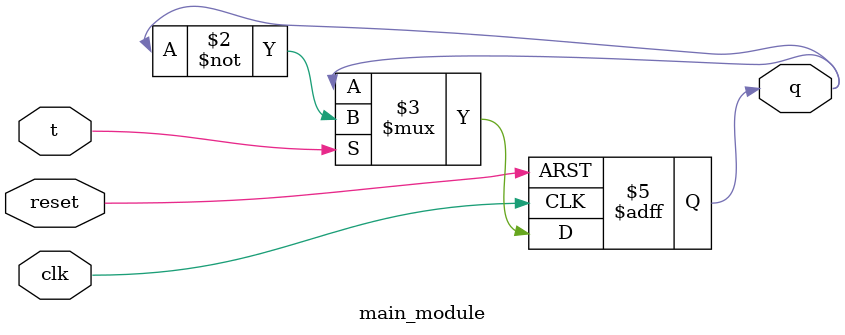
<source format=v>
module main_module(clk,reset,t,q
    );
	 input clk,reset,t;
	 output reg q;
	 
	 // asynchronous reset 
	 always @(posedge clk, posedge reset)begin
			if(reset)
				q <= 0;
			else
				begin
					if(t)
						q <= ~q ;
				end
	 end


endmodule

</source>
